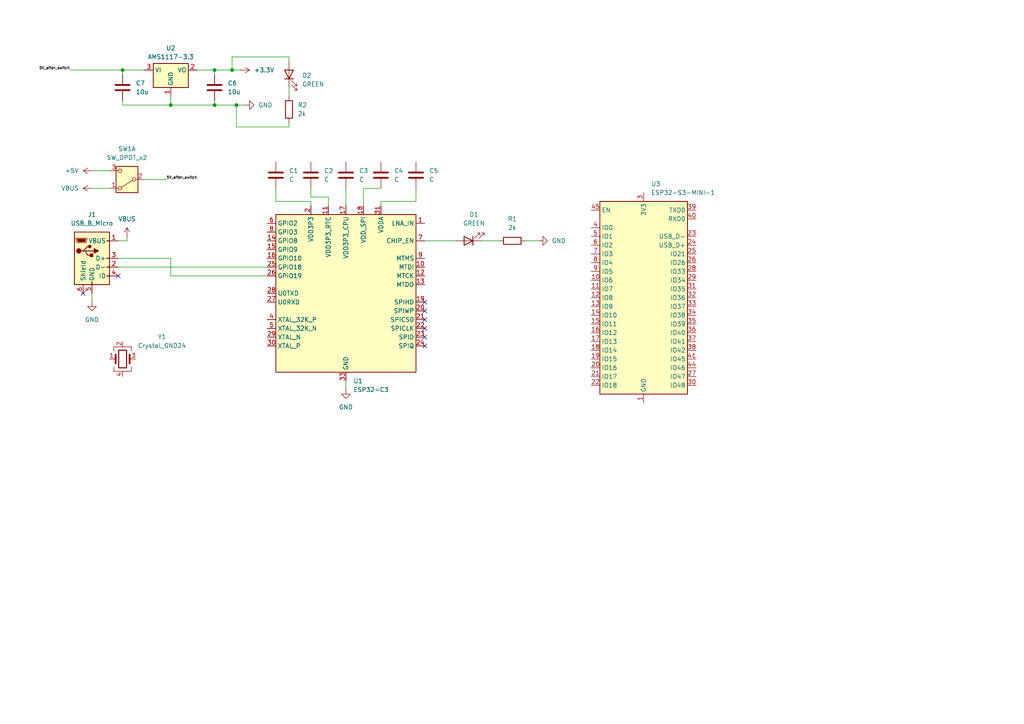
<source format=kicad_sch>
(kicad_sch (version 20250114) (generator "eeschema") (generator_version "9.0")
  (paper "A4")
  (lib_symbols
    (symbol "Connector:USB_B_Micro" (pin_names (offset 1.016))
      (property "Reference" "J" (at -5.08 11.43 0))
      (property "Value" "USB_B_Micro" (at -5.08 8.89 0))
      (symbol "USB_B_Micro_0_1"
        (rectangle (start -5.08 -7.62) (end 5.08 7.62) (stroke (width 0.254)) (fill (type background)))
        (polyline (pts (xy -4.699 5.842) (xy -4.699 5.588) (xy -4.445 4.826) (xy -4.445 4.572) (xy -1.651 4.572) (xy -1.651 4.826) (xy -1.397 5.588) (xy -1.397 5.842) (xy -4.699 5.842)))
        (polyline (pts (xy -4.318 5.588) (xy -1.778 5.588) (xy -2.032 4.826) (xy -4.064 4.826) (xy -4.318 5.588)) (fill (type outline)))
        (circle (center -3.81 2.159) (radius 0.635) (stroke (width 0.254)) (fill (type outline)))
        (polyline (pts (xy -3.175 2.159) (xy -2.54 2.159) (xy -1.27 3.429) (xy -0.635 3.429)) (stroke (width 0.254)))
        (polyline (pts (xy -2.54 2.159) (xy -1.905 2.159) (xy -1.27 0.889) (xy 0 0.889)) (stroke (width 0.254)))
        (polyline (pts (xy -1.905 2.159) (xy 0.635 2.159)) (stroke (width 0.254)))
        (circle (center -0.635 3.429) (radius 0.381) (stroke (width 0.254)) (fill (type outline)))
        (rectangle (start -0.127 -7.62) (end 0.127 -6.858))
        (rectangle (start 0.254 1.27) (end -0.508 0.508) (stroke (width 0.254)) (fill (type outline)))
        (polyline (pts (xy 0.635 2.794) (xy 0.635 1.524) (xy 1.905 2.159) (xy 0.635 2.794)) (stroke (width 0.254)) (fill (type outline)))
        (rectangle (start 5.08 4.953) (end 4.318 5.207))
        (rectangle (start 5.08 -0.127) (end 4.318 0.127))
        (rectangle (start 5.08 -2.667) (end 4.318 -2.413))
        (rectangle (start 5.08 -5.207) (end 4.318 -4.953))
      )
      (symbol "USB_B_Micro_1_1"
        (pin passive line (at -2.54 -10.16 90) (length 2.54) (name "Shield") (number "6"))
        (pin power_out line (at 0 -10.16 90) (length 2.54) (name "GND") (number "5"))
        (pin power_out line (at 7.62 5.08 180) (length 2.54) (name "VBUS") (number "1"))
        (pin bidirectional line (at 7.62 0 180) (length 2.54) (name "D+") (number "3"))
        (pin bidirectional line (at 7.62 -2.54 180) (length 2.54) (name "D-") (number "2"))
        (pin passive line (at 7.62 -5.08 180) (length 2.54) (name "ID") (number "4"))
      )
    )
    (symbol "Device:C" (pin_numbers (hide yes)) (pin_names (offset 0.254))
      (property "Reference" "C" (at 0.635 2.54 0))
      (property "Value" "C" (at 0.635 -2.54 0))
      (symbol "C_0_1"
        (polyline (pts (xy -2.032 0.762) (xy 2.032 0.762)) (stroke (width 0.508)))
        (polyline (pts (xy -2.032 -0.762) (xy 2.032 -0.762)) (stroke (width 0.508)))
      )
      (symbol "C_1_1"
        (pin passive line (at 0 3.81 270) (length 2.794) (name "~") (number "1"))
        (pin passive line (at 0 -3.81 90) (length 2.794) (name "~") (number "2"))
      )
    )
    (symbol "Device:Crystal_GND24" (pin_names (offset 1.016) (hide yes))
      (property "Reference" "Y" (at 3.175 5.08 0))
      (property "Value" "Crystal_GND24" (at 3.175 3.175 0))
      (symbol "Crystal_GND24_0_1"
        (polyline (pts (xy -2.54 2.286) (xy -2.54 3.556) (xy 2.54 3.556) (xy 2.54 2.286)))
        (polyline (pts (xy -2.54 0) (xy -2.032 0)))
        (polyline (pts (xy -2.54 -2.286) (xy -2.54 -3.556) (xy 2.54 -3.556) (xy 2.54 -2.286)))
        (polyline (pts (xy -2.032 -1.27) (xy -2.032 1.27)) (stroke (width 0.508)))
        (rectangle (start -1.143 2.54) (end 1.143 -2.54) (stroke (width 0.3048)))
        (polyline (pts (xy 0 3.556) (xy 0 3.81)))
        (polyline (pts (xy 0 -3.81) (xy 0 -3.556)))
        (polyline (pts (xy 2.032 0) (xy 2.54 0)))
        (polyline (pts (xy 2.032 -1.27) (xy 2.032 1.27)) (stroke (width 0.508)))
      )
      (symbol "Crystal_GND24_1_1"
        (pin passive line (at -3.81 0 0) (length 1.27) (name "1") (number "1"))
        (pin passive line (at 0 5.08 270) (length 1.27) (name "2") (number "2"))
        (pin passive line (at 0 -5.08 90) (length 1.27) (name "4") (number "4"))
        (pin passive line (at 3.81 0 180) (length 1.27) (name "3") (number "3"))
      )
    )
    (symbol "Device:LED" (pin_numbers (hide yes)) (pin_names (offset 1.016) (hide yes))
      (property "Reference" "D" (at 0 2.54 0))
      (property "Value" "LED" (at 0 -2.54 0))
      (symbol "LED_0_1"
        (polyline (pts (xy -3.048 -0.762) (xy -4.572 -2.286) (xy -3.81 -2.286) (xy -4.572 -2.286) (xy -4.572 -1.524)))
        (polyline (pts (xy -1.778 -0.762) (xy -3.302 -2.286) (xy -2.54 -2.286) (xy -3.302 -2.286) (xy -3.302 -1.524)))
        (polyline (pts (xy -1.27 0) (xy 1.27 0)))
        (polyline (pts (xy -1.27 -1.27) (xy -1.27 1.27)) (stroke (width 0.254)))
        (polyline (pts (xy 1.27 -1.27) (xy 1.27 1.27) (xy -1.27 0) (xy 1.27 -1.27)) (stroke (width 0.254)))
      )
      (symbol "LED_1_1"
        (pin passive line (at -3.81 0 0) (length 2.54) (name "K") (number "1"))
        (pin passive line (at 3.81 0 180) (length 2.54) (name "A") (number "2"))
      )
    )
    (symbol "Device:R" (pin_numbers (hide yes)) (pin_names (offset 0))
      (property "Reference" "R" (at 2.032 0 90))
      (property "Value" "R" (at 0 0 90))
      (symbol "R_0_1"
        (rectangle (start -1.016 -2.54) (end 1.016 2.54) (stroke (width 0.254)))
      )
      (symbol "R_1_1"
        (pin passive line (at 0 3.81 270) (length 1.27) (name "~") (number "1"))
        (pin passive line (at 0 -3.81 90) (length 1.27) (name "~") (number "2"))
      )
    )
    (symbol "MCU_Espressif:ESP32-C3"
      (property "Reference" "U" (at -17.272 23.876 0))
      (property "Value" "ESP32-C3" (at 16.256 23.876 0))
      (symbol "ESP32-C3_1_1"
        (rectangle (start -20.32 22.86) (end 20.32 -22.86) (stroke (width 0.254)) (fill (type background)))
        (pin bidirectional line (at -22.86 20.32 0) (length 2.54) (name "GPIO2") (number "6"))
        (pin bidirectional line (at -22.86 17.78 0) (length 2.54) (name "GPIO3") (number "8"))
        (pin bidirectional line (at -22.86 15.24 0) (length 2.54) (name "GPIO8") (number "14"))
        (pin bidirectional line (at -22.86 12.7 0) (length 2.54) (name "GPIO9") (number "15"))
        (pin bidirectional line (at -22.86 10.16 0) (length 2.54) (name "GPIO10") (number "16"))
        (pin bidirectional line (at -22.86 7.62 0) (length 2.54) (name "GPIO18") (number "25"))
        (pin bidirectional line (at -22.86 5.08 0) (length 2.54) (name "GPIO19") (number "26"))
        (pin bidirectional line (at -22.86 0 0) (length 2.54) (name "U0TXD") (number "28"))
        (pin bidirectional line (at -22.86 -2.54 0) (length 2.54) (name "U0RXD") (number "27"))
        (pin bidirectional line (at -22.86 -7.62 0) (length 2.54) (name "XTAL_32K_P") (number "4"))
        (pin bidirectional line (at -22.86 -10.16 0) (length 2.54) (name "XTAL_32K_N") (number "5"))
        (pin bidirectional line (at -22.86 -12.7 0) (length 2.54) (name "XTAL_N") (number "29"))
        (pin bidirectional line (at -22.86 -15.24 0) (length 2.54) (name "XTAL_P") (number "30"))
        (pin power_in line (at -10.16 25.4 270) (length 2.54) (name "VDD3P3") (number "2"))
        (pin passive line (at -10.16 25.4 270) (length 2.54) (hide yes) (name "VDD3P3") (number "3"))
        (pin power_in line (at -5.08 25.4 270) (length 2.54) (name "VDD3P3_RTC") (number "11"))
        (pin power_in line (at 0 25.4 270) (length 2.54) (name "VDD3P3_CPU") (number "17"))
        (pin power_in line (at 0 -25.4 90) (length 2.54) (name "GND") (number "33"))
        (pin power_out line (at 5.08 25.4 270) (length 2.54) (name "VDD_SPI") (number "18"))
        (pin power_in line (at 10.16 25.4 270) (length 2.54) (name "VDDA") (number "31"))
        (pin passive line (at 10.16 25.4 270) (length 2.54) (hide yes) (name "VDDA") (number "32"))
        (pin bidirectional line (at 22.86 20.32 180) (length 2.54) (name "LNA_IN") (number "1"))
        (pin bidirectional line (at 22.86 15.24 180) (length 2.54) (name "CHIP_EN") (number "7"))
        (pin bidirectional line (at 22.86 10.16 180) (length 2.54) (name "MTMS") (number "9"))
        (pin bidirectional line (at 22.86 7.62 180) (length 2.54) (name "MTDI") (number "10"))
        (pin bidirectional line (at 22.86 5.08 180) (length 2.54) (name "MTCK") (number "12"))
        (pin bidirectional line (at 22.86 2.54 180) (length 2.54) (name "MTDO") (number "13"))
        (pin bidirectional line (at 22.86 -2.54 180) (length 2.54) (name "SPIHD") (number "19"))
        (pin bidirectional line (at 22.86 -5.08 180) (length 2.54) (name "SPIWP") (number "20"))
        (pin bidirectional line (at 22.86 -7.62 180) (length 2.54) (name "SPICS0") (number "21"))
        (pin bidirectional line (at 22.86 -10.16 180) (length 2.54) (name "SPICLK") (number "22"))
        (pin bidirectional line (at 22.86 -12.7 180) (length 2.54) (name "SPID") (number "23"))
        (pin bidirectional line (at 22.86 -15.24 180) (length 2.54) (name "SPIQ") (number "24"))
      )
    )
    (symbol "RF_Module:ESP32-S3-MINI-1"
      (property "Reference" "U" (at -11.43 29.21 0))
      (property "Value" "ESP32-S3-MINI-1" (at 12.7 29.21 0))
      (symbol "ESP32-S3-MINI-1_0_1"
        (rectangle (start -12.7 27.94) (end 12.7 -27.94) (stroke (width 0.254)) (fill (type background)))
      )
      (symbol "ESP32-S3-MINI-1_1_1"
        (pin input line (at -15.24 25.4 0) (length 2.54) (name "EN") (number "45"))
        (pin bidirectional line (at -15.24 20.32 0) (length 2.54) (name "IO0") (number "4"))
        (pin bidirectional line (at -15.24 17.78 0) (length 2.54) (name "IO1") (number "5"))
        (pin bidirectional line (at -15.24 15.24 0) (length 2.54) (name "IO2") (number "6"))
        (pin bidirectional line (at -15.24 12.7 0) (length 2.54) (name "IO3") (number "7"))
        (pin bidirectional line (at -15.24 10.16 0) (length 2.54) (name "IO4") (number "8"))
        (pin bidirectional line (at -15.24 7.62 0) (length 2.54) (name "IO5") (number "9"))
        (pin bidirectional line (at -15.24 5.08 0) (length 2.54) (name "IO6") (number "10"))
        (pin bidirectional line (at -15.24 2.54 0) (length 2.54) (name "IO7") (number "11"))
        (pin bidirectional line (at -15.24 0 0) (length 2.54) (name "IO8") (number "12"))
        (pin bidirectional line (at -15.24 -2.54 0) (length 2.54) (name "IO9") (number "13"))
        (pin bidirectional line (at -15.24 -5.08 0) (length 2.54) (name "IO10") (number "14"))
        (pin bidirectional line (at -15.24 -7.62 0) (length 2.54) (name "IO11") (number "15"))
        (pin bidirectional line (at -15.24 -10.16 0) (length 2.54) (name "IO12") (number "16"))
        (pin bidirectional line (at -15.24 -12.7 0) (length 2.54) (name "IO13") (number "17"))
        (pin bidirectional line (at -15.24 -15.24 0) (length 2.54) (name "IO14") (number "18"))
        (pin bidirectional line (at -15.24 -17.78 0) (length 2.54) (name "IO15") (number "19"))
        (pin bidirectional line (at -15.24 -20.32 0) (length 2.54) (name "IO16") (number "20"))
        (pin bidirectional line (at -15.24 -22.86 0) (length 2.54) (name "IO17") (number "21"))
        (pin bidirectional line (at -15.24 -25.4 0) (length 2.54) (name "IO18") (number "22"))
        (pin power_in line (at 0 30.48 270) (length 2.54) (name "3V3") (number "3"))
        (pin power_in line (at 0 -30.48 90) (length 2.54) (name "GND") (number "1"))
        (pin passive line (at 0 -30.48 90) (length 2.54) (hide yes) (name "GND") (number "2"))
        (pin passive line (at 0 -30.48 90) (length 2.54) (hide yes) (name "GND") (number "42"))
        (pin passive line (at 0 -30.48 90) (length 2.54) (hide yes) (name "GND") (number "43"))
        (pin passive line (at 0 -30.48 90) (length 2.54) (hide yes) (name "GND") (number "46"))
        (pin passive line (at 0 -30.48 90) (length 2.54) (hide yes) (name "GND") (number "47"))
        (pin passive line (at 0 -30.48 90) (length 2.54) (hide yes) (name "GND") (number "48"))
        (pin passive line (at 0 -30.48 90) (length 2.54) (hide yes) (name "GND") (number "49"))
        (pin passive line (at 0 -30.48 90) (length 2.54) (hide yes) (name "GND") (number "50"))
        (pin passive line (at 0 -30.48 90) (length 2.54) (hide yes) (name "GND") (number "51"))
        (pin passive line (at 0 -30.48 90) (length 2.54) (hide yes) (name "GND") (number "52"))
        (pin passive line (at 0 -30.48 90) (length 2.54) (hide yes) (name "GND") (number "53"))
        (pin passive line (at 0 -30.48 90) (length 2.54) (hide yes) (name "GND") (number "54"))
        (pin passive line (at 0 -30.48 90) (length 2.54) (hide yes) (name "GND") (number "55"))
        (pin passive line (at 0 -30.48 90) (length 2.54) (hide yes) (name "GND") (number "56"))
        (pin passive line (at 0 -30.48 90) (length 2.54) (hide yes) (name "GND") (number "57"))
        (pin passive line (at 0 -30.48 90) (length 2.54) (hide yes) (name "GND") (number "58"))
        (pin passive line (at 0 -30.48 90) (length 2.54) (hide yes) (name "GND") (number "59"))
        (pin passive line (at 0 -30.48 90) (length 2.54) (hide yes) (name "GND") (number "60"))
        (pin passive line (at 0 -30.48 90) (length 2.54) (hide yes) (name "GND") (number "61"))
        (pin passive line (at 0 -30.48 90) (length 2.54) (hide yes) (name "GND") (number "62"))
        (pin passive line (at 0 -30.48 90) (length 2.54) (hide yes) (name "GND") (number "63"))
        (pin passive line (at 0 -30.48 90) (length 2.54) (hide yes) (name "GND") (number "64"))
        (pin passive line (at 0 -30.48 90) (length 2.54) (hide yes) (name "GND") (number "65"))
        (pin bidirectional line (at 15.24 25.4 180) (length 2.54) (name "TXD0") (number "39"))
        (pin bidirectional line (at 15.24 22.86 180) (length 2.54) (name "RXD0") (number "40"))
        (pin bidirectional line (at 15.24 17.78 180) (length 2.54) (name "USB_D-") (number "23"))
        (pin bidirectional line (at 15.24 15.24 180) (length 2.54) (name "USB_D+") (number "24"))
        (pin bidirectional line (at 15.24 12.7 180) (length 2.54) (name "IO21") (number "25"))
        (pin bidirectional line (at 15.24 10.16 180) (length 2.54) (name "IO26") (number "26"))
        (pin bidirectional line (at 15.24 7.62 180) (length 2.54) (name "IO33") (number "28"))
        (pin bidirectional line (at 15.24 5.08 180) (length 2.54) (name "IO34") (number "29"))
        (pin bidirectional line (at 15.24 2.54 180) (length 2.54) (name "IO35") (number "31"))
        (pin bidirectional line (at 15.24 0 180) (length 2.54) (name "IO36") (number "32"))
        (pin bidirectional line (at 15.24 -2.54 180) (length 2.54) (name "IO37") (number "33"))
        (pin bidirectional line (at 15.24 -5.08 180) (length 2.54) (name "IO38") (number "34"))
        (pin bidirectional line (at 15.24 -7.62 180) (length 2.54) (name "IO39") (number "35"))
        (pin bidirectional line (at 15.24 -10.16 180) (length 2.54) (name "IO40") (number "36"))
        (pin bidirectional line (at 15.24 -12.7 180) (length 2.54) (name "IO41") (number "37"))
        (pin bidirectional line (at 15.24 -15.24 180) (length 2.54) (name "IO42") (number "38"))
        (pin bidirectional line (at 15.24 -17.78 180) (length 2.54) (name "IO45") (number "41"))
        (pin bidirectional line (at 15.24 -20.32 180) (length 2.54) (name "IO46") (number "44"))
        (pin bidirectional line (at 15.24 -22.86 180) (length 2.54) (name "IO47") (number "27"))
        (pin bidirectional line (at 15.24 -25.4 180) (length 2.54) (name "IO48") (number "30"))
      )
    )
    (symbol "Regulator_Linear:AMS1117-3.3"
      (property "Reference" "U" (at -3.81 3.175 0))
      (property "Value" "AMS1117-3.3" (at 0 3.175 0))
      (symbol "AMS1117-3.3_0_1"
        (rectangle (start -5.08 -5.08) (end 5.08 1.905) (stroke (width 0.254)) (fill (type background)))
      )
      (symbol "AMS1117-3.3_1_1"
        (pin power_in line (at -7.62 0 0) (length 2.54) (name "VI") (number "3"))
        (pin power_in line (at 0 -7.62 90) (length 2.54) (name "GND") (number "1"))
        (pin power_out line (at 7.62 0 180) (length 2.54) (name "VO") (number "2"))
      )
    )
    (symbol "Switch:SW_DPDT_x2" (pin_names (offset 0) (hide yes))
      (property "Reference" "SW" (at 0 5.08 0))
      (property "Value" "SW_DPDT_x2" (at 0 -5.08 0))
      (symbol "SW_DPDT_x2_0_0"
        (circle (center -2.032 0) (radius 0.508))
        (circle (center 2.032 -2.54) (radius 0.508))
      )
      (symbol "SW_DPDT_x2_0_1"
        (rectangle (start -3.175 3.81) (end 3.175 -3.81) (stroke (width 0.254)) (fill (type background)))
        (polyline (pts (xy -1.524 0.254) (xy 1.5748 2.286)))
        (circle (center 2.032 2.54) (radius 0.508))
      )
      (symbol "SW_DPDT_x2_1_1"
        (pin passive line (at -5.08 0 0) (length 2.54) (name "B") (number "2"))
        (pin passive line (at 5.08 2.54 180) (length 2.54) (name "A") (number "1"))
        (pin passive line (at 5.08 -2.54 180) (length 2.54) (name "C") (number "3"))
      )
      (symbol "SW_DPDT_x2_2_1"
        (pin passive line (at -5.08 0 0) (length 2.54) (name "B") (number "5"))
        (pin passive line (at 5.08 2.54 180) (length 2.54) (name "A") (number "4"))
        (pin passive line (at 5.08 -2.54 180) (length 2.54) (name "C") (number "6"))
      )
    )
    (symbol "power:+3.3V" (power) (pin_numbers (hide yes)) (pin_names (offset 0) (hide yes))
      (property "Value" "+3.3V" (at 0 3.556 0))
      (symbol "+3.3V_0_1"
        (polyline (pts (xy -0.762 1.27) (xy 0 2.54)))
        (polyline (pts (xy 0 2.54) (xy 0.762 1.27)))
        (polyline (pts (xy 0 0) (xy 0 2.54)))
      )
      (symbol "+3.3V_1_1"
        (pin power_in line (at 0 0 90) (length 0) (name "~") (number "1"))
      )
    )
    (symbol "power:+5V" (power) (pin_numbers (hide yes)) (pin_names (offset 0) (hide yes))
      (property "Value" "+5V" (at 0 3.556 0))
      (symbol "+5V_0_1"
        (polyline (pts (xy -0.762 1.27) (xy 0 2.54)))
        (polyline (pts (xy 0 2.54) (xy 0.762 1.27)))
        (polyline (pts (xy 0 0) (xy 0 2.54)))
      )
      (symbol "+5V_1_1"
        (pin power_in line (at 0 0 90) (length 0) (name "~") (number "1"))
      )
    )
    (symbol "power:GND" (power) (pin_numbers (hide yes)) (pin_names (offset 0) (hide yes))
      (property "Value" "GND" (at 0 -3.81 0))
      (symbol "GND_0_1"
        (polyline (pts (xy 0 0) (xy 0 -1.27) (xy 1.27 -1.27) (xy 0 -2.54) (xy -1.27 -1.27) (xy 0 -1.27)))
      )
      (symbol "GND_1_1"
        (pin power_in line (at 0 0 270) (length 0) (name "~") (number "1"))
      )
    )
    (symbol "power:VBUS" (power) (pin_numbers (hide yes)) (pin_names (offset 0) (hide yes))
      (property "Value" "VBUS" (at 0 3.556 0))
      (symbol "VBUS_0_1"
        (polyline (pts (xy -0.762 1.27) (xy 0 2.54)))
        (polyline (pts (xy 0 2.54) (xy 0.762 1.27)))
        (polyline (pts (xy 0 0) (xy 0 2.54)))
      )
      (symbol "VBUS_1_1"
        (pin power_in line (at 0 0 90) (length 0) (name "~") (number "1"))
      )
    )
  )
  (junction (at 35.56 20.32))
  (junction (at 62.23 30.48))
  (junction (at 67.31 20.32))
  (junction (at 68.58 30.48))
  (junction (at 62.23 20.32))
  (junction (at 49.53 30.48))
  (no_connect (at 24.13 85.09))
  (no_connect (at 123.19 90.17))
  (no_connect (at 123.19 87.63))
  (no_connect (at 123.19 95.25))
  (no_connect (at 123.19 92.71))
  (no_connect (at 123.19 100.33))
  (no_connect (at 34.29 80.01))
  (no_connect (at 123.19 97.79))
  (wire (pts (xy 26.67 54.61) (xy 31.75 54.61)))
  (wire (pts (xy 71.12 30.48) (xy 68.58 30.48)))
  (wire (pts (xy 36.83 69.85) (xy 36.83 68.58)))
  (wire (pts (xy 57.15 20.32) (xy 62.23 20.32)))
  (wire (pts (xy 83.82 16.51) (xy 67.31 16.51)))
  (wire (pts (xy 90.17 54.61) (xy 90.17 57.15)))
  (wire (pts (xy 26.67 85.09) (xy 26.67 87.63)))
  (wire (pts (xy 20.32 20.32) (xy 35.56 20.32)))
  (wire (pts (xy 49.53 30.48) (xy 49.53 27.94)))
  (wire (pts (xy 35.56 20.32) (xy 41.91 20.32)))
  (wire (pts (xy 34.29 69.85) (xy 36.83 69.85)))
  (wire (pts (xy 90.17 58.42) (xy 80.01 58.42)))
  (wire (pts (xy 35.56 30.48) (xy 49.53 30.48)))
  (wire (pts (xy 34.29 77.47) (xy 77.47 77.47)))
  (wire (pts (xy 41.91 52.07) (xy 48.26 52.07)))
  (wire (pts (xy 49.53 74.93) (xy 34.29 74.93)))
  (wire (pts (xy 110.49 58.42) (xy 120.65 58.42)))
  (wire (pts (xy 68.58 30.48) (xy 62.23 30.48)))
  (wire (pts (xy 105.41 54.61) (xy 105.41 59.69)))
  (wire (pts (xy 83.82 35.56) (xy 83.82 36.83)))
  (wire (pts (xy 62.23 30.48) (xy 49.53 30.48)))
  (wire (pts (xy 110.49 59.69) (xy 110.49 58.42)))
  (wire (pts (xy 62.23 29.21) (xy 62.23 30.48)))
  (wire (pts (xy 100.33 110.49) (xy 100.33 113.03)))
  (wire (pts (xy 62.23 20.32) (xy 67.31 20.32)))
  (wire (pts (xy 83.82 36.83) (xy 68.58 36.83)))
  (wire (pts (xy 100.33 54.61) (xy 100.33 59.69)))
  (wire (pts (xy 120.65 58.42) (xy 120.65 54.61)))
  (wire (pts (xy 90.17 57.15) (xy 95.25 57.15)))
  (wire (pts (xy 35.56 29.21) (xy 35.56 30.48)))
  (wire (pts (xy 123.19 69.85) (xy 132.08 69.85)))
  (wire (pts (xy 83.82 17.78) (xy 83.82 16.51)))
  (wire (pts (xy 83.82 25.4) (xy 83.82 27.94)))
  (wire (pts (xy 110.49 54.61) (xy 105.41 54.61)))
  (wire (pts (xy 62.23 20.32) (xy 62.23 21.59)))
  (wire (pts (xy 49.53 80.01) (xy 49.53 74.93)))
  (wire (pts (xy 152.4 69.85) (xy 156.21 69.85)))
  (wire (pts (xy 68.58 36.83) (xy 68.58 30.48)))
  (wire (pts (xy 77.47 80.01) (xy 49.53 80.01)))
  (wire (pts (xy 95.25 57.15) (xy 95.25 59.69)))
  (wire (pts (xy 139.7 69.85) (xy 144.78 69.85)))
  (wire (pts (xy 67.31 20.32) (xy 69.85 20.32)))
  (wire (pts (xy 90.17 59.69) (xy 90.17 58.42)))
  (wire (pts (xy 80.01 58.42) (xy 80.01 54.61)))
  (wire (pts (xy 26.67 49.53) (xy 31.75 49.53)))
  (wire (pts (xy 35.56 20.32) (xy 35.56 21.59)))
  (wire (pts (xy 67.31 16.51) (xy 67.31 20.32)))
  (label "5V_after_switch" (at 20.32 20.32 180) (effects (font (size 0.762 0.762))))
  (label "5V_after_switch" (at 48.26 52.07 0) (effects (font (size 0.762 0.762))))
  (symbol (lib_id "Device:C") (at 35.56 25.4 0) (unit 1)
    (property "Reference" "C7" (at 39.37 24.1299 0) (effects (justify left)))
    (property "Value" "10u" (at 39.37 26.6699 0) (effects (justify left)))
    (property "Description" "Unpolarized capacitor" (effects (hide yes)))
  )
  (symbol (lib_id "power:GND") (at 26.67 87.63 0) (unit 1)
    (property "Reference" "#PWR01" (effects (hide yes)))
    (property "Value" "GND" (at 26.67 92.71 0))
    (property "Description" "Power symbol creates a global label with name \"GND\" , ground" (effects (hide yes)))
  )
  (symbol (lib_id "Connector:USB_B_Micro") (at 26.67 74.93 0) (unit 1)
    (property "Reference" "J1" (at 26.67 62.23 0))
    (property "Value" "USB_B_Micro" (at 26.67 64.77 0))
    (property "Description" "USB Micro Type B connector" (effects (hide yes)))
  )
  (symbol (lib_id "RF_Module:ESP32-S3-MINI-1") (at 186.69 86.36 0) (unit 1)
    (property "Reference" "U3" (at 188.8333 53.34 0) (effects (justify left)))
    (property "Value" "ESP32-S3-MINI-1" (at 188.8333 55.88 0) (effects (justify left)))
    (property "Footprint" "RF_Module:ESP32-S2-MINI-1" (effects (hide yes)))
    (property "Datasheet" "https://www.espressif.com/sites/default/files/documentation/esp32-s3-mini-1_mini-1u_datasheet_en.pdf" (effects (hide yes)))
    (property "Description" "RF Module, ESP32-S3 SoC, Wi-Fi 802.11b/g/n, Bluetooth, BLE, 32-bit, 3.3V, SMD, onboard antenna" (effects (hide yes)))
  )
  (symbol (lib_id "MCU_Espressif:ESP32-C3") (at 100.33 85.09 0) (unit 1)
    (property "Reference" "U1" (at 102.4733 110.49 0) (effects (justify left)))
    (property "Value" "ESP32-C3" (at 102.4733 113.03 0) (effects (justify left)))
    (property "Footprint" "Package_DFN_QFN:QFN-32-1EP_5x5mm_P0.5mm_EP3.7x3.7mm" (effects (hide yes)))
    (property "Datasheet" "https://www.espressif.com/sites/default/files/documentation/esp32-c3_datasheet_en.pdf" (effects (hide yes)))
    (property "Description" "RF Module, ESP32 SoC, RISC-V, WiFi 802.11b/n/g, Bluetooth LE 5, QFN32" (effects (hide yes)))
  )
  (symbol (lib_id "power:GND") (at 71.12 30.48 90) (unit 1)
    (property "Reference" "#PWR08" (effects (hide yes)))
    (property "Value" "GND" (at 74.93 30.4799 90) (effects (justify right)))
    (property "Description" "Power symbol creates a global label with name \"GND\" , ground" (effects (hide yes)))
  )
  (symbol (lib_id "Device:LED") (at 83.82 21.59 90) (unit 1)
    (property "Reference" "D2" (at 87.63 21.9074 90) (effects (justify right)))
    (property "Value" "GREEN" (at 87.63 24.4474 90) (effects (justify right)))
    (property "Description" "Light emitting diode" (effects (hide yes)))
    (property "Sim.Pins" "1=K 2=A" (effects (hide yes)))
  )
  (symbol (lib_id "Device:C") (at 62.23 25.4 0) (unit 1)
    (property "Reference" "C6" (at 66.04 24.1299 0) (effects (justify left)))
    (property "Value" "10u" (at 66.04 26.6699 0) (effects (justify left)))
    (property "Description" "Unpolarized capacitor" (effects (hide yes)))
  )
  (symbol (lib_id "power:+3.3V") (at 69.85 20.32 270) (unit 1)
    (property "Reference" "#PWR07" (effects (hide yes)))
    (property "Value" "+3.3V" (at 73.66 20.3199 90) (effects (justify left)))
    (property "Description" "Power symbol creates a global label with name \"+3.3V\"" (effects (hide yes)))
  )
  (symbol (lib_id "Device:R") (at 83.82 31.75 0) (unit 1)
    (property "Reference" "R2" (at 86.36 30.4799 0) (effects (justify left)))
    (property "Value" "2k" (at 86.36 33.0199 0) (effects (justify left)))
    (property "Description" "Resistor" (effects (hide yes)))
  )
  (symbol (lib_id "Device:R") (at 148.59 69.85 90) (unit 1)
    (property "Reference" "R1" (at 148.59 63.5 90))
    (property "Value" "2k" (at 148.59 66.04 90))
    (property "Description" "Resistor" (effects (hide yes)))
  )
  (symbol (lib_id "Device:C") (at 110.49 50.8 0) (unit 1)
    (property "Reference" "C4" (at 114.3 49.5299 0) (effects (justify left)))
    (property "Value" "C" (at 114.3 52.0699 0) (effects (justify left)))
    (property "Description" "Unpolarized capacitor" (effects (hide yes)))
  )
  (symbol (lib_id "Switch:SW_DPDT_x2") (at 36.83 52.07 180) (unit 1)
    (property "Reference" "SW1" (at 36.83 43.18 0))
    (property "Value" "SW_DPDT_x2" (at 36.83 45.72 0))
    (property "Description" "Switch, dual pole double throw, separate symbols" (effects (hide yes)))
  )
  (symbol (lib_id "power:VBUS") (at 26.67 54.61 90) (unit 1)
    (property "Reference" "#PWR05" (effects (hide yes)))
    (property "Value" "VBUS" (at 22.86 54.6099 90) (effects (justify left)))
    (property "Description" "Power symbol creates a global label with name \"VBUS\"" (effects (hide yes)))
  )
  (symbol (lib_id "Device:C") (at 80.01 50.8 0) (unit 1)
    (property "Reference" "C1" (at 83.82 49.5299 0) (effects (justify left)))
    (property "Value" "C" (at 83.82 52.0699 0) (effects (justify left)))
    (property "Description" "Unpolarized capacitor" (effects (hide yes)))
  )
  (symbol (lib_id "power:GND") (at 100.33 113.03 0) (unit 1)
    (property "Reference" "#PWR03" (effects (hide yes)))
    (property "Value" "GND" (at 100.33 118.11 0))
    (property "Description" "Power symbol creates a global label with name \"GND\" , ground" (effects (hide yes)))
  )
  (symbol (lib_id "power:VBUS") (at 36.83 68.58 0) (unit 1)
    (property "Reference" "#PWR02" (effects (hide yes)))
    (property "Value" "VBUS" (at 36.83 63.5 0))
    (property "Description" "Power symbol creates a global label with name \"VBUS\"" (effects (hide yes)))
  )
  (symbol (lib_id "Device:C") (at 90.17 50.8 0) (unit 1)
    (property "Reference" "C2" (at 93.98 49.5299 0) (effects (justify left)))
    (property "Value" "C" (at 93.98 52.0699 0) (effects (justify left)))
    (property "Description" "Unpolarized capacitor" (effects (hide yes)))
  )
  (symbol (lib_id "Device:LED") (at 135.89 69.85 180) (unit 1)
    (property "Reference" "D1" (at 137.4775 62.23 0))
    (property "Value" "GREEN" (at 137.4775 64.77 0))
    (property "Description" "Light emitting diode" (effects (hide yes)))
    (property "Sim.Pins" "1=K 2=A" (effects (hide yes)))
  )
  (symbol (lib_id "Regulator_Linear:AMS1117-3.3") (at 49.53 20.32 0) (unit 1)
    (property "Reference" "U2" (at 49.53 13.97 0))
    (property "Value" "AMS1117-3.3" (at 49.53 16.51 0))
    (property "Footprint" "Package_TO_SOT_SMD:SOT-223-3_TabPin2" (effects (hide yes)))
    (property "Datasheet" "http://www.advanced-monolithic.com/pdf/ds1117.pdf" (effects (hide yes)))
    (property "Description" "1A Low Dropout regulator, positive, 3.3V fixed output, SOT-223" (effects (hide yes)))
  )
  (symbol (lib_id "Device:C") (at 100.33 50.8 0) (unit 1)
    (property "Reference" "C3" (at 104.14 49.5299 0) (effects (justify left)))
    (property "Value" "C" (at 104.14 52.0699 0) (effects (justify left)))
    (property "Description" "Unpolarized capacitor" (effects (hide yes)))
  )
  (symbol (lib_id "power:+5V") (at 26.67 49.53 90) (unit 1)
    (property "Reference" "#PWR06" (effects (hide yes)))
    (property "Value" "+5V" (at 22.86 49.5299 90) (effects (justify left)))
    (property "Description" "Power symbol creates a global label with name \"+5V\"" (effects (hide yes)))
  )
  (symbol (lib_id "Device:Crystal_GND24") (at 35.56 104.14 0) (unit 1)
    (property "Reference" "Y1" (at 46.99 97.7198 0))
    (property "Value" "Crystal_GND24" (at 46.99 100.2598 0))
    (property "Description" "Four pin crystal, GND on pins 2 and 4" (effects (hide yes)))
  )
  (symbol (lib_id "power:GND") (at 156.21 69.85 90) (unit 1)
    (property "Reference" "#PWR04" (effects (hide yes)))
    (property "Value" "GND" (at 160.02 69.8499 90) (effects (justify right)))
    (property "Description" "Power symbol creates a global label with name \"GND\" , ground" (effects (hide yes)))
  )
  (symbol (lib_id "Device:C") (at 120.65 50.8 0) (unit 1)
    (property "Reference" "C5" (at 124.46 49.5299 0) (effects (justify left)))
    (property "Value" "C" (at 124.46 52.0699 0) (effects (justify left)))
    (property "Description" "Unpolarized capacitor" (effects (hide yes)))
  )
)
</source>
